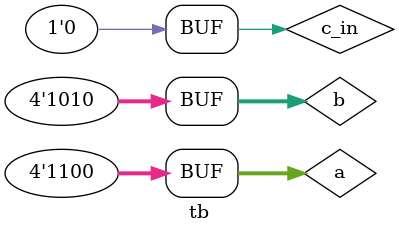
<source format=sv>
module tb;
  
  reg [3:0] a,b;
  reg c_in;
  wire [3:0] sum;
  wire c_out;
  
  rip_add rip_add_inst(.a(a),.b(b),.c_in(c_in),.sum(sum),.c_out(c_out));
  
  initial 
    begin
      $monitor("t=%0t, a=%b, b=%b, c_in=%b, sum=%b, c_out=%b",$time , a,b,c_in, sum, c_out);
      #5 a = 4'b1001; b=4'b0101; c_in =0;
      #5 a = 4'b0111; b=4'b1100; c_in =1;
      #5 a = 4'b1100;; b=4'b1010; c_in =0;
    end
  
endmodule 
     
      
               
               
               
               
               
               
               
               
               
</source>
